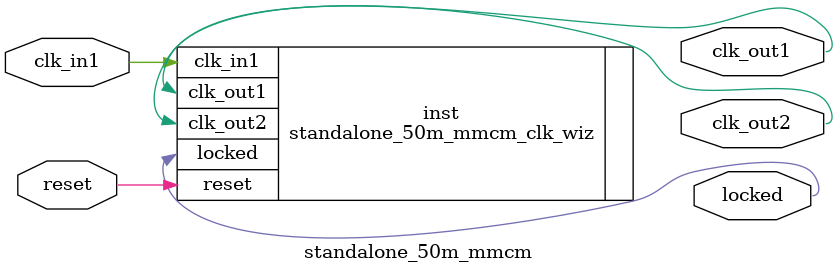
<source format=v>


`timescale 1ps/1ps

(* CORE_GENERATION_INFO = "standalone_50m_mmcm,clk_wiz_v6_0_5_0_0,{component_name=standalone_50m_mmcm,use_phase_alignment=false,use_min_o_jitter=false,use_max_i_jitter=false,use_dyn_phase_shift=false,use_inclk_switchover=false,use_dyn_reconfig=false,enable_axi=0,feedback_source=FDBK_AUTO,PRIMITIVE=MMCM,num_out_clk=2,clkin1_period=20.000,clkin2_period=10.0,use_power_down=false,use_reset=true,use_locked=true,use_inclk_stopped=false,feedback_type=SINGLE,CLOCK_MGR_TYPE=NA,manual_override=false}" *)

module standalone_50m_mmcm 
 (
  // Clock out ports
  output        clk_out1,
  output        clk_out2,
  // Status and control signals
  input         reset,
  output        locked,
 // Clock in ports
  input         clk_in1
 );

  standalone_50m_mmcm_clk_wiz inst
  (
  // Clock out ports  
  .clk_out1(clk_out1),
  .clk_out2(clk_out2),
  // Status and control signals               
  .reset(reset), 
  .locked(locked),
 // Clock in ports
  .clk_in1(clk_in1)
  );

endmodule

</source>
